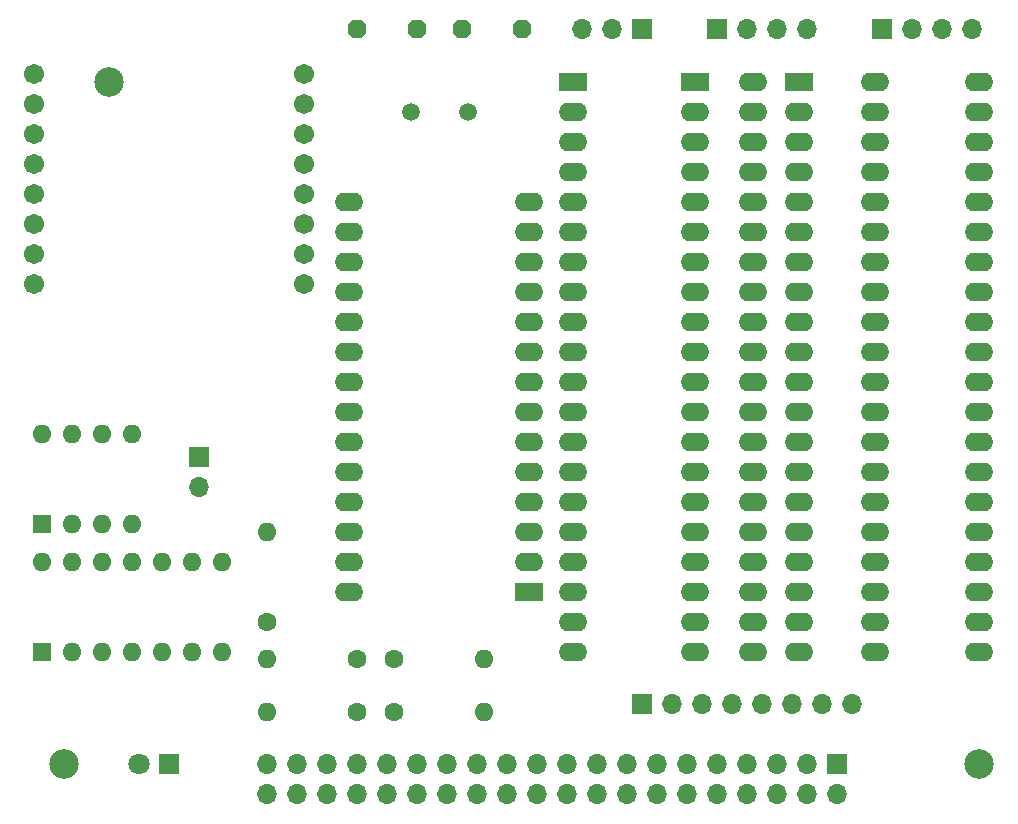
<source format=gbs>
G04 #@! TF.GenerationSoftware,KiCad,Pcbnew,(6.0.5)*
G04 #@! TF.CreationDate,2022-11-12T18:47:07+01:00*
G04 #@! TF.ProjectId,Link232-wifi,4c696e6b-3233-4322-9d77-6966692e6b69,rev?*
G04 #@! TF.SameCoordinates,Original*
G04 #@! TF.FileFunction,Soldermask,Bot*
G04 #@! TF.FilePolarity,Negative*
%FSLAX46Y46*%
G04 Gerber Fmt 4.6, Leading zero omitted, Abs format (unit mm)*
G04 Created by KiCad (PCBNEW (6.0.5)) date 2022-11-12 18:47:07*
%MOMM*%
%LPD*%
G01*
G04 APERTURE LIST*
G04 Aperture macros list*
%AMFreePoly0*
4,1,25,0.389919,0.742596,0.402042,0.732242,0.732242,0.402042,0.760749,0.346094,0.762000,0.330200,0.762000,-0.330200,0.742596,-0.389919,0.732242,-0.402042,0.402042,-0.732242,0.346094,-0.760749,0.330200,-0.762000,-0.330200,-0.762000,-0.389919,-0.742596,-0.402042,-0.732242,-0.732242,-0.402042,-0.760749,-0.346094,-0.762000,-0.330200,-0.762000,0.330200,-0.742596,0.389919,-0.732242,0.402042,
-0.402042,0.732242,-0.346094,0.760749,-0.330200,0.762000,0.330200,0.762000,0.389919,0.742596,0.389919,0.742596,$1*%
G04 Aperture macros list end*
%ADD10C,1.600000*%
%ADD11O,1.600000X1.600000*%
%ADD12R,1.700000X1.700000*%
%ADD13O,1.700000X1.700000*%
%ADD14R,1.600000X1.600000*%
%ADD15R,2.400000X1.600000*%
%ADD16O,2.400000X1.600000*%
%ADD17FreePoly0,180.000000*%
%ADD18C,1.500000*%
%ADD19C,2.500000*%
%ADD20R,1.800000X1.800000*%
%ADD21C,1.800000*%
%ADD22C,1.711200*%
G04 APERTURE END LIST*
D10*
X83820000Y-95885000D03*
D11*
X91440000Y-95885000D03*
D12*
X104775000Y-95250000D03*
D13*
X107315000Y-95250000D03*
X109855000Y-95250000D03*
X112395000Y-95250000D03*
X114935000Y-95250000D03*
X117475000Y-95250000D03*
X120015000Y-95250000D03*
X122555000Y-95250000D03*
D14*
X53985000Y-80000000D03*
D11*
X56525000Y-80000000D03*
X59065000Y-80000000D03*
X61605000Y-80000000D03*
X61605000Y-72380000D03*
X59065000Y-72380000D03*
X56525000Y-72380000D03*
X53985000Y-72380000D03*
D10*
X73025000Y-88265000D03*
D11*
X73025000Y-80645000D03*
D10*
X80645000Y-91440000D03*
D11*
X73025000Y-91440000D03*
D12*
X111135000Y-38100000D03*
D13*
X113675000Y-38100000D03*
X116215000Y-38100000D03*
X118755000Y-38100000D03*
D12*
X125105000Y-38100000D03*
D13*
X127645000Y-38100000D03*
X130185000Y-38100000D03*
X132725000Y-38100000D03*
D15*
X98933000Y-42545000D03*
D16*
X98933000Y-45085000D03*
X98933000Y-47625000D03*
X98933000Y-50165000D03*
X98933000Y-52705000D03*
X98933000Y-55245000D03*
X98933000Y-57785000D03*
X98933000Y-60325000D03*
X98933000Y-62865000D03*
X98933000Y-65405000D03*
X98933000Y-67945000D03*
X98933000Y-70485000D03*
X98933000Y-73025000D03*
X98933000Y-75565000D03*
X98933000Y-78105000D03*
X98933000Y-80645000D03*
X98933000Y-83185000D03*
X98933000Y-85725000D03*
X98933000Y-88265000D03*
X98933000Y-90805000D03*
X114173000Y-90805000D03*
X114173000Y-88265000D03*
X114173000Y-85725000D03*
X114173000Y-83185000D03*
X114173000Y-80645000D03*
X114173000Y-78105000D03*
X114173000Y-75565000D03*
X114173000Y-73025000D03*
X114173000Y-70485000D03*
X114173000Y-67945000D03*
X114173000Y-65405000D03*
X114173000Y-62865000D03*
X114173000Y-60325000D03*
X114173000Y-57785000D03*
X114173000Y-55245000D03*
X114173000Y-52705000D03*
X114173000Y-50165000D03*
X114173000Y-47625000D03*
X114173000Y-45085000D03*
X114173000Y-42545000D03*
D15*
X118110000Y-42545000D03*
D16*
X118110000Y-45085000D03*
X118110000Y-47625000D03*
X118110000Y-50165000D03*
X118110000Y-52705000D03*
X118110000Y-55245000D03*
X118110000Y-57785000D03*
X118110000Y-60325000D03*
X118110000Y-62865000D03*
X118110000Y-65405000D03*
X118110000Y-67945000D03*
X118110000Y-70485000D03*
X118110000Y-73025000D03*
X118110000Y-75565000D03*
X118110000Y-78105000D03*
X118110000Y-80645000D03*
X118110000Y-83185000D03*
X118110000Y-85725000D03*
X118110000Y-88265000D03*
X118110000Y-90805000D03*
X133350000Y-90805000D03*
X133350000Y-88265000D03*
X133350000Y-85725000D03*
X133350000Y-83185000D03*
X133350000Y-80645000D03*
X133350000Y-78105000D03*
X133350000Y-75565000D03*
X133350000Y-73025000D03*
X133350000Y-70485000D03*
X133350000Y-67945000D03*
X133350000Y-65405000D03*
X133350000Y-62865000D03*
X133350000Y-60325000D03*
X133350000Y-57785000D03*
X133350000Y-55245000D03*
X133350000Y-52705000D03*
X133350000Y-50165000D03*
X133350000Y-47625000D03*
X133350000Y-45085000D03*
X133350000Y-42545000D03*
D17*
X94615000Y-38100000D03*
X89535000Y-38100000D03*
X85725000Y-38100000D03*
X80645000Y-38100000D03*
D18*
X90080000Y-45085000D03*
X85200000Y-45085000D03*
D15*
X95255000Y-85740000D03*
D16*
X95255000Y-83200000D03*
X95255000Y-80660000D03*
X95255000Y-78120000D03*
X95255000Y-75580000D03*
X95255000Y-73040000D03*
X95255000Y-70500000D03*
X95255000Y-67960000D03*
X95255000Y-65420000D03*
X95255000Y-62880000D03*
X95255000Y-60340000D03*
X95255000Y-57800000D03*
X95255000Y-55260000D03*
X95255000Y-52720000D03*
X80015000Y-52720000D03*
X80015000Y-55260000D03*
X80015000Y-57800000D03*
X80015000Y-60340000D03*
X80015000Y-62880000D03*
X80015000Y-65420000D03*
X80015000Y-67960000D03*
X80015000Y-70500000D03*
X80015000Y-73040000D03*
X80015000Y-75580000D03*
X80015000Y-78120000D03*
X80015000Y-80660000D03*
X80015000Y-83200000D03*
X80015000Y-85740000D03*
D14*
X53975000Y-90805000D03*
D11*
X56515000Y-90805000D03*
X59055000Y-90805000D03*
X61595000Y-90805000D03*
X64135000Y-90805000D03*
X66675000Y-90805000D03*
X69215000Y-90805000D03*
X69215000Y-83185000D03*
X66675000Y-83185000D03*
X64135000Y-83185000D03*
X61595000Y-83185000D03*
X59055000Y-83185000D03*
X56515000Y-83185000D03*
X53975000Y-83185000D03*
D19*
X55880000Y-100330000D03*
X55880000Y-100330000D03*
D10*
X80645000Y-95885000D03*
D11*
X73025000Y-95885000D03*
D10*
X83820000Y-91440000D03*
D11*
X91440000Y-91440000D03*
D20*
X64770000Y-100330000D03*
D21*
X62230000Y-100330000D03*
D22*
X53340000Y-41910000D03*
X53340000Y-44450000D03*
X53340000Y-46990000D03*
X53340000Y-49530000D03*
X53340000Y-52070000D03*
X53340000Y-54610000D03*
X53340000Y-57150000D03*
X53340000Y-59690000D03*
X76200000Y-41910000D03*
X76200000Y-44450000D03*
X76200000Y-46990000D03*
X76200000Y-49530000D03*
X76200000Y-52070000D03*
X76200000Y-54610000D03*
X76200000Y-57150000D03*
X76200000Y-59690000D03*
D12*
X121280000Y-100325000D03*
D13*
X121280000Y-102865000D03*
X118740000Y-100325000D03*
X118740000Y-102865000D03*
X116200000Y-100325000D03*
X116200000Y-102865000D03*
X113660000Y-100325000D03*
X113660000Y-102865000D03*
X111120000Y-100325000D03*
X111120000Y-102865000D03*
X108580000Y-100325000D03*
X108580000Y-102865000D03*
X106040000Y-100325000D03*
X106040000Y-102865000D03*
X103500000Y-100325000D03*
X103500000Y-102865000D03*
X100960000Y-100325000D03*
X100960000Y-102865000D03*
X98420000Y-100325000D03*
X98420000Y-102865000D03*
X95880000Y-100325000D03*
X95880000Y-102865000D03*
X93340000Y-100325000D03*
X93340000Y-102865000D03*
X90800000Y-100325000D03*
X90800000Y-102865000D03*
X88260000Y-100325000D03*
X88260000Y-102865000D03*
X85720000Y-100325000D03*
X85720000Y-102865000D03*
X83180000Y-100325000D03*
X83180000Y-102865000D03*
X80640000Y-100325000D03*
X80640000Y-102865000D03*
X78100000Y-100325000D03*
X78100000Y-102865000D03*
X75560000Y-100325000D03*
X75560000Y-102865000D03*
X73020000Y-100325000D03*
X73020000Y-102865000D03*
D12*
X104775000Y-38100000D03*
D13*
X102235000Y-38100000D03*
X99695000Y-38100000D03*
D19*
X133350000Y-100330000D03*
X133350000Y-100330000D03*
D15*
X109240000Y-42550000D03*
D16*
X109240000Y-45090000D03*
X109240000Y-47630000D03*
X109240000Y-50170000D03*
X109240000Y-52710000D03*
X109240000Y-55250000D03*
X109240000Y-57790000D03*
X109240000Y-60330000D03*
X109240000Y-62870000D03*
X109240000Y-65410000D03*
X109240000Y-67950000D03*
X109240000Y-70490000D03*
X109240000Y-73030000D03*
X109240000Y-75570000D03*
X109240000Y-78110000D03*
X109240000Y-80650000D03*
X109240000Y-83190000D03*
X109240000Y-85730000D03*
X109240000Y-88270000D03*
X109240000Y-90810000D03*
X124480000Y-90810000D03*
X124480000Y-88270000D03*
X124480000Y-85730000D03*
X124480000Y-83190000D03*
X124480000Y-80650000D03*
X124480000Y-78110000D03*
X124480000Y-75570000D03*
X124480000Y-73030000D03*
X124480000Y-70490000D03*
X124480000Y-67950000D03*
X124480000Y-65410000D03*
X124480000Y-62870000D03*
X124480000Y-60330000D03*
X124480000Y-57790000D03*
X124480000Y-55250000D03*
X124480000Y-52710000D03*
X124480000Y-50170000D03*
X124480000Y-47630000D03*
X124480000Y-45090000D03*
X124480000Y-42550000D03*
D12*
X67310000Y-74295000D03*
D13*
X67310000Y-76835000D03*
D19*
X59690000Y-42545000D03*
X59690000Y-42545000D03*
M02*

</source>
